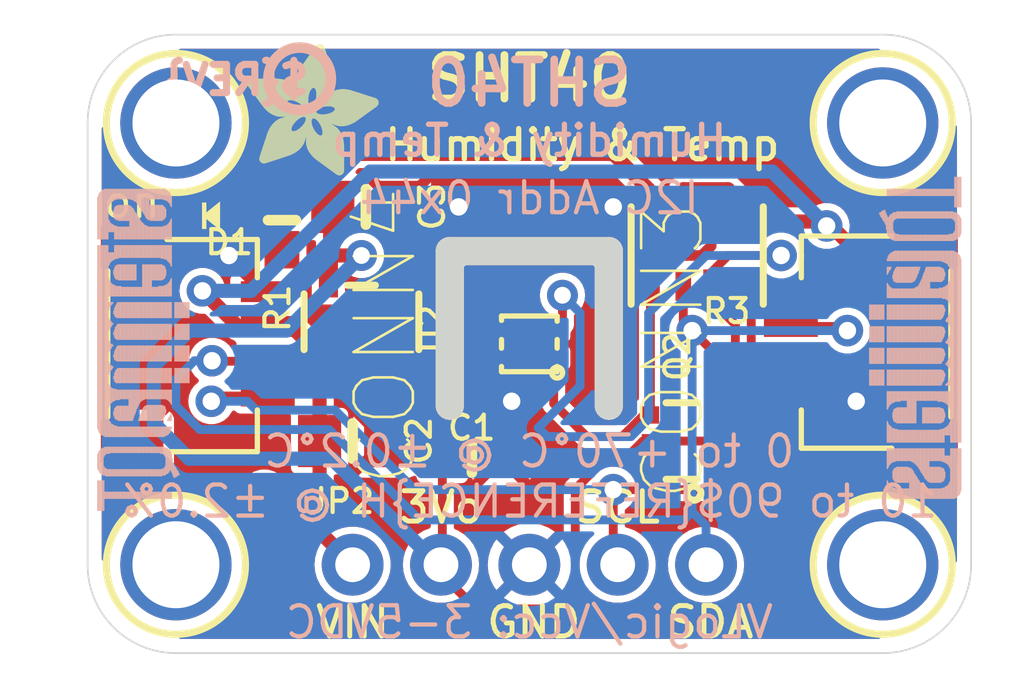
<source format=kicad_pcb>
(kicad_pcb (version 20221018) (generator pcbnew)
  (layers (0 "F.Cu" signal) (31 "B.Cu" signal) (34 "B.Paste" user) (35 "F.Paste" user) (36 "B.SilkS" user "B.Silkscreen") (37 "F.SilkS" user "F.Silkscreen") (38 "B.Mask" user) (39 "F.Mask" user) (44 "Edge.Cuts" user))
  (net 0 "")
  (net 1 "GND")
  (net 2 "SDA")
  (net 3 "SCL")
  (net 4 "SCL_3V")
  (net 5 "SDA_3V")
  (net 6 "3.3V")
  (net 7 "VCC")
  (net 8 "N$1")
  (footprint "working:MOUNTINGHOLE_2.5_PLATED" (layer "F.Cu") (at 138.3411 98.6536)
    (fp_text reference "U$1" hide)
    (fp_text value "MOUNTINGHOLE2.5" hide)
    (pad "P$1" thru_hole circle (at 0 0) (size 3.2 3.2) (drill 2.5) (layers "*.Cu" "*.Mask"))
    (zone (net 0) (net_name "") (layer "F.Cu") (connect_pads (clearance 0)) (min_thickness 0.25)
      (keepout (tracks not_allowed) (vias not_allowed) (pads not_allowed) (copperpour not_allowed) (footprints allowed))
      (fill (thermal_gap 0.5) (thermal_bridge_width 0.5))
      (polygon (pts (xy 140.3571 98.6536) (xy 140.33748 98.373027) (xy 140.279004 98.097915) (xy 140.182808 97.833619) (xy 140.050765 97.585283) (xy 139.885446 97.35774) (xy 139.690067 97.15542) (xy 139.468433 96.98226) (xy 139.224856 96.841631) (xy 138.964078 96.73627) (xy 138.691175 96.668228) (xy 138.411457 96.638828) (xy 138.130371 96.648644) (xy 137.853385 96.697484) (xy 137.585893 96.784397) (xy 137.3331 96.907693) (xy 137.099926 97.06497) (xy 136.890911 97.253169) (xy 136.710122 97.468625) (xy 136.561078 97.707145) (xy 136.44668 97.964087) (xy 136.369154 98.23445) (xy 136.330011 98.512971) (xy 136.330011 98.794229) (xy 136.369154 99.07275) (xy 136.44668 99.343113) (xy 136.561078 99.600055) (xy 136.710122 99.838575) (xy 136.890911 100.054031) (xy 137.099926 100.24223) (xy 137.3331 100.399507) (xy 137.585893 100.522803) (xy 137.853385 100.609716) (xy 138.130371 100.658556) (xy 138.411457 100.668372) (xy 138.691175 100.638972) (xy 138.964078 100.57093) (xy 139.224856 100.465569) (xy 139.468433 100.32494) (xy 139.690067 100.15178) (xy 139.885446 99.94946) (xy 140.050765 99.721917) (xy 140.182808 99.473581) (xy 140.279004 99.209285) (xy 140.33748 98.934173)))
      (polygon (pts (xy 138.3251 98.6536) (xy 138.329786 98.664914) (xy 138.3411 98.6696) (xy 138.352414 98.664914) (xy 138.3571 98.6536) (xy 138.352414 98.642286) (xy 138.3411 98.6376) (xy 138.329786 98.642286)))
    )
    (zone (net 0) (net_name "") (layer "B.Cu") (connect_pads (clearance 0)) (min_thickness 0.25)
      (keepout (tracks not_allowed) (vias not_allowed) (pads not_allowed) (copperpour not_allowed) (footprints allowed))
      (fill (thermal_gap 0.5) (thermal_bridge_width 0.5))
      (polygon (pts (xy 140.3571 98.6536) (xy 140.33748 98.373027) (xy 140.279004 98.097915) (xy 140.182808 97.833619) (xy 140.050765 97.585283) (xy 139.885446 97.35774) (xy 139.690067 97.15542) (xy 139.468433 96.98226) (xy 139.224856 96.841631) (xy 138.964078 96.73627) (xy 138.691175 96.668228) (xy 138.411457 96.638828) (xy 138.130371 96.648644) (xy 137.853385 96.697484) (xy 137.585893 96.784397) (xy 137.3331 96.907693) (xy 137.099926 97.06497) (xy 136.890911 97.253169) (xy 136.710122 97.468625) (xy 136.561078 97.707145) (xy 136.44668 97.964087) (xy 136.369154 98.23445) (xy 136.330011 98.512971) (xy 136.330011 98.794229) (xy 136.369154 99.07275) (xy 136.44668 99.343113) (xy 136.561078 99.600055) (xy 136.710122 99.838575) (xy 136.890911 100.054031) (xy 137.099926 100.24223) (xy 137.3331 100.399507) (xy 137.585893 100.522803) (xy 137.853385 100.609716) (xy 138.130371 100.658556) (xy 138.411457 100.668372) (xy 138.691175 100.638972) (xy 138.964078 100.57093) (xy 139.224856 100.465569) (xy 139.468433 100.32494) (xy 139.690067 100.15178) (xy 139.885446 99.94946) (xy 140.050765 99.721917) (xy 140.182808 99.473581) (xy 140.279004 99.209285) (xy 140.33748 98.934173)))
      (polygon (pts (xy 138.3251 98.6536) (xy 138.329786 98.664914) (xy 138.3411 98.6696) (xy 138.352414 98.664914) (xy 138.3571 98.6536) (xy 138.352414 98.642286) (xy 138.3411 98.6376) (xy 138.329786 98.642286)))
    )
  )
  (footprint "working:CHIPLED_0603_NOOUTLINE" (layer "F.Cu") (at 139.3571 101.3206 90)
    (fp_text reference "D1" (at -0.762 1.27) (layer "F.SilkS") (effects (font (size 0.692831 0.692831) (thickness 0.119969)) (justify right)))
    (fp_text value "GREEN")
    (pad "A" smd rect (at 0 0.75 90) (size 0.8 0.8) (layers "F.Cu" "F.Paste" "F.Mask") (net 8 "N$1"))
    (pad "C" smd rect (at 0 -0.75 90) (size 0.8 0.8) (layers "F.Cu" "F.Paste" "F.Mask") (net 1 "GND"))
  )
  (footprint "working:0805-NO" (layer "F.Cu") (at 143.4211 107.7976)
    (fp_text reference "C2" (at 1.905 -0.762 90) (layer "F.SilkS") (effects (font (size 0.692831 0.692831) (thickness 0.119969)) (justify right)))
    (fp_text value "10uF")
    (pad "1" smd rect (at -0.95 0) (size 1.24 1.5) (layers "F.Cu" "F.Paste" "F.Mask") (net 7 "VCC"))
    (pad "2" smd rect (at 0.95 0) (size 1.24 1.5) (layers "F.Cu" "F.Paste" "F.Mask") (net 1 "GND"))
  )
  (footprint "working:FIDUCIAL_1MM" (layer "F.Cu") (at 140.8811 109.3216)
    (fp_text reference "FID3" hide)
    (fp_text value "FIDUCIAL_1MM" hide)
    (pad "1" smd roundrect (at 0 0) (size 1 1) (layers "F.Cu" "F.Mask") (roundrect_rratio 0.5))
  )
  (footprint "working:RESPACK_4X0603" (layer "F.Cu") (at 153.3271 102.4636 180)
    (fp_text reference "R3" (at -1.6 -1.6) (layer "F.SilkS") (effects (font (size 0.692831 0.692831) (thickness 0.119969)) (justify right)))
    (fp_text value "10K")
    (pad "1" smd rect (at -1.3 0.85 180) (size 0.45 0.9) (layers "F.Cu" "F.Paste" "F.Mask") (net 7 "VCC"))
    (pad "2" smd rect (at -0.4 0.85 180) (size 0.45 0.9) (layers "F.Cu" "F.Paste" "F.Mask") (net 6 "3.3V"))
    (pad "3" smd rect (at 0.4 0.85 180) (size 0.45 0.9) (layers "F.Cu" "F.Paste" "F.Mask") (net 7 "VCC"))
    (pad "4" smd rect (at 1.3 0.85 180) (size 0.45 0.9) (layers "F.Cu" "F.Paste" "F.Mask") (net 6 "3.3V"))
    (pad "5" smd rect (at 1.3 -0.85 180) (size 0.45 0.9) (layers "F.Cu" "F.Paste" "F.Mask") (net 5 "SDA_3V"))
    (pad "6" smd rect (at 0.4 -0.85 180) (size 0.45 0.9) (layers "F.Cu" "F.Paste" "F.Mask") (net 2 "SDA"))
    (pad "7" smd rect (at -0.4 -0.85 180) (size 0.45 0.9) (layers "F.Cu" "F.Paste" "F.Mask") (net 4 "SCL_3V"))
    (pad "8" smd rect (at -1.3 -0.85 180) (size 0.45 0.9) (layers "F.Cu" "F.Paste" "F.Mask") (net 3 "SCL"))
  )
  (footprint "working:JST_SH4" (layer "F.Cu") (at 158.5341 105.0036 90)
    (fp_text reference "CONN3" (at -4.6 -5.9 90) (layer "F.SilkS") (effects (font (size 1.703222 1.703222) (thickness 0.074778)) (justify left)))
    (fp_text value "STEMMA_I2C_QT" hide)
    (pad "1" smd rect (at -1.5 -2.514 180) (size 1.55 0.6) (layers "F.Cu" "F.Paste" "F.Mask") (net 1 "GND"))
    (pad "2" smd rect (at -0.5 -2.514 180) (size 1.55 0.6) (layers "F.Cu" "F.Paste" "F.Mask") (net 7 "VCC"))
    (pad "3" smd rect (at 0.5 -2.514 180) (size 1.55 0.6) (layers "F.Cu" "F.Paste" "F.Mask") (net 2 "SDA"))
    (pad "4" smd rect (at 1.5 -2.514 180) (size 1.55 0.6) (layers "F.Cu" "F.Paste" "F.Mask") (net 3 "SCL"))
    (pad "MT1" smd rect (at -2.8 1.386 180) (size 1.8 1.2) (layers "F.Cu" "F.Paste" "F.Mask") (net 1 "GND"))
    (pad "MT2" smd rect (at 2.8 1.386 180) (size 1.8 1.2) (layers "F.Cu" "F.Paste" "F.Mask") (net 1 "GND"))
  )
  (footprint "working:0805-NO" (layer "F.Cu") (at 143.8021 101.0666)
    (fp_text reference "C3" (at 1.905 -0.762 90) (layer "F.SilkS") (effects (font (size 0.692831 0.692831) (thickness 0.119969)) (justify right)))
    (fp_text value "10uF")
    (pad "1" smd rect (at -0.95 0) (size 1.24 1.5) (layers "F.Cu" "F.Paste" "F.Mask") (net 6 "3.3V"))
    (pad "2" smd rect (at 0.95 0) (size 1.24 1.5) (layers "F.Cu" "F.Paste" "F.Mask") (net 1 "GND"))
  )
  (footprint "working:0603-NO" (layer "F.Cu") (at 146.8501 108.3056)
    (fp_text reference "C1" (at -0.762 -0.889) (layer "F.SilkS") (effects (font (size 0.692831 0.692831) (thickness 0.119969)) (justify left)))
    (fp_text value "0.1uF")
    (pad "1" smd rect (at -0.85 0) (size 1.075 1) (layers "F.Cu" "F.Paste" "F.Mask") (net 6 "3.3V"))
    (pad "2" smd rect (at 0.85 0) (size 1.075 1) (layers "F.Cu" "F.Paste" "F.Mask") (net 1 "GND"))
  )
  (footprint "working:MOUNTINGHOLE_2.5_PLATED" (layer "F.Cu") (at 158.6611 111.3536)
    (fp_text reference "U$21" hide)
    (fp_text value "MOUNTINGHOLE2.5" hide)
    (pad "P$1" thru_hole circle (at 0 0) (size 3.2 3.2) (drill 2.5) (layers "*.Cu" "*.Mask"))
    (zone (net 0) (net_name "") (layer "F.Cu") (connect_pads (clearance 0)) (min_thickness 0.25)
      (keepout (tracks not_allowed) (vias not_allowed) (pads not_allowed) (copperpour not_allowed) (footprints allowed))
      (fill (thermal_gap 0.5) (thermal_bridge_width 0.5))
      (polygon (pts (xy 160.6771 111.3536) (xy 160.65748 111.073027) (xy 160.599004 110.797915) (xy 160.502808 110.533619) (xy 160.370765 110.285283) (xy 160.205446 110.05774) (xy 160.010067 109.85542) (xy 159.788433 109.68226) (xy 159.544856 109.541631) (xy 159.284078 109.43627) (xy 159.011175 109.368228) (xy 158.731457 109.338828) (xy 158.450371 109.348644) (xy 158.173385 109.397484) (xy 157.905893 109.484397) (xy 157.6531 109.607693) (xy 157.419926 109.76497) (xy 157.210911 109.953169) (xy 157.030122 110.168625) (xy 156.881078 110.407145) (xy 156.76668 110.664087) (xy 156.689154 110.93445) (xy 156.650011 111.212971) (xy 156.650011 111.494229) (xy 156.689154 111.77275) (xy 156.76668 112.043113) (xy 156.881078 112.300055) (xy 157.030122 112.538575) (xy 157.210911 112.754031) (xy 157.419926 112.94223) (xy 157.6531 113.099507) (xy 157.905893 113.222803) (xy 158.173385 113.309716) (xy 158.450371 113.358556) (xy 158.731457 113.368372) (xy 159.011175 113.338972) (xy 159.284078 113.27093) (xy 159.544856 113.165569) (xy 159.788433 113.02494) (xy 160.010067 112.85178) (xy 160.205446 112.64946) (xy 160.370765 112.421917) (xy 160.502808 112.173581) (xy 160.599004 111.909285) (xy 160.65748 111.634173)))
      (polygon (pts (xy 158.6451 111.3536) (xy 158.649786 111.364914) (xy 158.6611 111.3696) (xy 158.672414 111.364914) (xy 158.6771 111.3536) (xy 158.672414 111.342286) (xy 158.6611 111.3376) (xy 158.649786 111.342286)))
    )
    (zone (net 0) (net_name "") (layer "B.Cu") (connect_pads (clearance 0)) (min_thickness 0.25)
      (keepout (tracks not_allowed) (vias not_allowed) (pads not_allowed) (copperpour not_allowed) (footprints allowed))
      (fill (thermal_gap 0.5) (thermal_bridge_width 0.5))
      (polygon (pts (xy 160.6771 111.3536) (xy 160.65748 111.073027) (xy 160.599004 110.797915) (xy 160.502808 110.533619) (xy 160.370765 110.285283) (xy 160.205446 110.05774) (xy 160.010067 109.85542) (xy 159.788433 109.68226) (xy 159.544856 109.541631) (xy 159.284078 109.43627) (xy 159.011175 109.368228) (xy 158.731457 109.338828) (xy 158.450371 109.348644) (xy 158.173385 109.397484) (xy 157.905893 109.484397) (xy 157.6531 109.607693) (xy 157.419926 109.76497) (xy 157.210911 109.953169) (xy 157.030122 110.168625) (xy 156.881078 110.407145) (xy 156.76668 110.664087) (xy 156.689154 110.93445) (xy 156.650011 111.212971) (xy 156.650011 111.494229) (xy 156.689154 111.77275) (xy 156.76668 112.043113) (xy 156.881078 112.300055) (xy 157.030122 112.538575) (xy 157.210911 112.754031) (xy 157.419926 112.94223) (xy 157.6531 113.099507) (xy 157.905893 113.222803) (xy 158.173385 113.309716) (xy 158.450371 113.358556) (xy 158.731457 113.368372) (xy 159.011175 113.338972) (xy 159.284078 113.27093) (xy 159.544856 113.165569) (xy 159.788433 113.02494) (xy 160.010067 112.85178) (xy 160.205446 112.64946) (xy 160.370765 112.421917) (xy 160.502808 112.173581) (xy 160.599004 111.909285) (xy 160.65748 111.634173)))
      (polygon (pts (xy 158.6451 111.3536) (xy 158.649786 111.364914) (xy 158.6611 111.3696) (xy 158.672414 111.364914) (xy 158.6771 111.3536) (xy 158.672414 111.342286) (xy 158.6611 111.3376) (xy 158.649786 111.342286)))
    )
  )
  (footprint "working:SOT363" (layer "F.Cu") (at 152.8826 107.7976 90)
    (fp_text reference "Q2" (at 1.651 -0.127 90) (layer "F.SilkS") (effects (font (size 0.692831 0.692831) (thickness 0.119969)) (justify left)))
    (fp_text value "BSS138")
    (pad "1" smd rect (at -0.75 0.9 90) (size 0.5 0.5) (layers "F.Cu" "F.Paste" "F.Mask") (net 4 "SCL_3V"))
    (pad "2" smd rect (at 0 0.9 90) (size 0.4 0.5) (layers "F.Cu" "F.Paste" "F.Mask") (net 6 "3.3V"))
    (pad "3" smd rect (at 0.75 0.9 90) (size 0.5 0.5) (layers "F.Cu" "F.Paste" "F.Mask") (net 2 "SDA"))
    (pad "4" smd rect (at 0.75 -0.9 90) (size 0.5 0.5) (layers "F.Cu" "F.Paste" "F.Mask") (net 5 "SDA_3V"))
    (pad "5" smd rect (at 0 -0.9 90) (size 0.4 0.5) (layers "F.Cu" "F.Paste" "F.Mask") (net 6 "3.3V"))
    (pad "6" smd rect (at -0.75 -0.9 90) (size 0.5 0.5) (layers "F.Cu" "F.Paste" "F.Mask") (net 3 "SCL"))
  )
  (footprint "working:ADAFRUIT_3.5MM" (layer "F.Cu") (at 140.3731 100.1776)
    (fp_text reference "U$22" hide)
    (fp_text value "" hide)
  )
  (footprint "working:SHT4X" (layer "F.Cu") (at 148.5011 105.0036 180)
    (fp_text reference "X1" hide)
    (fp_text value "SHT4X_" hide)
    (pad "1" smd rect (at -0.7 -0.4 270) (size 0.35 0.55) (layers "F.Cu" "F.Paste" "F.Mask") (net 5 "SDA_3V"))
    (pad "2" smd rect (at -0.7 0.4 270) (size 0.35 0.55) (layers "F.Cu" "F.Paste" "F.Mask") (net 4 "SCL_3V"))
    (pad "3" smd rect (at 0.7 0.4 270) (size 0.35 0.55) (layers "F.Cu" "F.Paste" "F.Mask") (net 6 "3.3V"))
    (pad "4" smd rect (at 0.7 -0.4 270) (size 0.35 0.55) (layers "F.Cu" "F.Paste" "F.Mask") (net 1 "GND"))
  )
  (footprint "working:MOUNTINGHOLE_2.5_PLATED" (layer "F.Cu") (at 158.6611 98.6536)
    (fp_text reference "U$17" hide)
    (fp_text value "MOUNTINGHOLE2.5" hide)
    (pad "P$1" thru_hole circle (at 0 0) (size 3.2 3.2) (drill 2.5) (layers "*.Cu" "*.Mask"))
    (zone (net 0) (net_name "") (layer "F.Cu") (connect_pads (clearance 0)) (min_thickness 0.25)
      (keepout (tracks not_allowed) (vias not_allowed) (pads not_allowed) (copperpour not_allowed) (footprints allowed))
      (fill (thermal_gap 0.5) (thermal_bridge_width 0.5))
      (polygon (pts (xy 160.6771 98.6536) (xy 160.65748 98.373027) (xy 160.599004 98.097915) (xy 160.502808 97.833619) (xy 160.370765 97.585283) (xy 160.205446 97.35774) (xy 160.010067 97.15542) (xy 159.788433 96.98226) (xy 159.544856 96.841631) (xy 159.284078 96.73627) (xy 159.011175 96.668228) (xy 158.731457 96.638828) (xy 158.450371 96.648644) (xy 158.173385 96.697484) (xy 157.905893 96.784397) (xy 157.6531 96.907693) (xy 157.419926 97.06497) (xy 157.210911 97.253169) (xy 157.030122 97.468625) (xy 156.881078 97.707145) (xy 156.76668 97.964087) (xy 156.689154 98.23445) (xy 156.650011 98.512971) (xy 156.650011 98.794229) (xy 156.689154 99.07275) (xy 156.76668 99.343113) (xy 156.881078 99.600055) (xy 157.030122 99.838575) (xy 157.210911 100.054031) (xy 157.419926 100.24223) (xy 157.6531 100.399507) (xy 157.905893 100.522803) (xy 158.173385 100.609716) (xy 158.450371 100.658556) (xy 158.731457 100.668372) (xy 159.011175 100.638972) (xy 159.284078 100.57093) (xy 159.544856 100.465569) (xy 159.788433 100.32494) (xy 160.010067 100.15178) (xy 160.205446 99.94946) (xy 160.370765 99.721917) (xy 160.502808 99.473581) (xy 160.599004 99.209285) (xy 160.65748 98.934173)))
      (polygon (pts (xy 158.6451 98.6536) (xy 158.649786 98.664914) (xy 158.6611 98.6696) (xy 158.672414 98.664914) (xy 158.6771 98.6536) (xy 158.672414 98.642286) (xy 158.6611 98.6376) (xy 158.649786 98.642286)))
    )
    (zone (net 0) (net_name "") (layer "B.Cu") (connect_pads (clearance 0)) (min_thickness 0.25)
      (keepout (tracks not_allowed) (vias not_allowed) (pads not_allowed) (copperpour not_allowed) (footprints allowed))
      (fill (thermal_gap 0.5) (thermal_bridge_width 0.5))
      (polygon (pts (xy 160.6771 98.6536) (xy 160.65748 98.373027) (xy 160.599004 98.097915) (xy 160.502808 97.833619) (xy 160.370765 97.585283) (xy 160.205446 97.35774) (xy 160.010067 97.15542) (xy 159.788433 96.98226) (xy 159.544856 96.841631) (xy 159.284078 96.73627) (xy 159.011175 96.668228) (xy 158.731457 96.638828) (xy 158.450371 96.648644) (xy 158.173385 96.697484) (xy 157.905893 96.784397) (xy 157.6531 96.907693) (xy 157.419926 97.06497) (xy 157.210911 97.253169) (xy 157.030122 97.468625) (xy 156.881078 97.707145) (xy 156.76668 97.964087) (xy 156.689154 98.23445) (xy 156.650011 98.512971) (xy 156.650011 98.794229) (xy 156.689154 99.07275) (xy 156.76668 99.343113) (xy 156.881078 99.600055) (xy 157.030122 99.838575) (xy 157.210911 100.054031) (xy 157.419926 100.24223) (xy 157.6531 100.399507) (xy 157.905893 100.522803) (xy 158.173385 100.609716) (xy 158.450371 100.658556) (xy 158.731457 100.668372) (xy 159.011175 100.638972) (xy 159.284078 100.57093) (xy 159.544856 100.465569) (xy 159.788433 100.32494) (xy 160.010067 100.15178) (xy 160.205446 99.94946) (xy 160.370765 99.721917) (xy 160.502808 99.473581) (xy 160.599004 99.209285) (xy 160.65748 98.934173)))
      (polygon (pts (xy 158.6451 98.6536) (xy 158.649786 98.664914) (xy 158.6611 98.6696) (xy 158.672414 98.664914) (xy 158.6771 98.6536) (xy 158.672414 98.642286) (xy 158.6611 98.6376) (xy 158.649786 98.642286)))
    )
  )
  (footprint "working:MOUNTINGHOLE_2.5_PLATED" (layer "F.Cu") (at 138.3411 111.3536)
    (fp_text reference "U$19" hide)
    (fp_text value "MOUNTINGHOLE2.5" hide)
    (pad "P$1" thru_hole circle (at 0 0) (size 3.2 3.2) (drill 2.5) (layers "*.Cu" "*.Mask"))
    (zone (net 0) (net_name "") (layer "F.Cu") (connect_pads (clearance 0)) (min_thickness 0.25)
      (keepout (tracks not_allowed) (vias not_allowed) (pads not_allowed) (copperpour not_allowed) (footprints allowed))
      (fill (thermal_gap 0.5) (thermal_bridge_width 0.5))
      (polygon (pts (xy 140.3571 111.3536) (xy 140.33748 111.073027) (xy 140.279004 110.797915) (xy 140.182808 110.533619) (xy 140.050765 110.285283) (xy 139.885446 110.05774) (xy 139.690067 109.85542) (xy 139.468433 109.68226) (xy 139.224856 109.541631) (xy 138.964078 109.43627) (xy 138.691175 109.368228) (xy 138.411457 109.338828) (xy 138.130371 109.348644) (xy 137.853385 109.397484) (xy 137.585893 109.484397) (xy 137.3331 109.607693) (xy 137.099926 109.76497) (xy 136.890911 109.953169) (xy 136.710122 110.168625) (xy 136.561078 110.407145) (xy 136.44668 110.664087) (xy 136.369154 110.93445) (xy 136.330011 111.212971) (xy 136.330011 111.494229) (xy 136.369154 111.77275) (xy 136.44668 112.043113) (xy 136.561078 112.300055) (xy 136.710122 112.538575) (xy 136.890911 112.754031) (xy 137.099926 112.94223) (xy 137.3331 113.099507) (xy 137.585893 113.222803) (xy 137.853385 113.309716) (xy 138.130371 113.358556) (xy 138.411457 113.368372) (xy 138.691175 113.338972) (xy 138.964078 113.27093) (xy 139.224856 113.165569) (xy 139.468433 113.02494) (xy 139.690067 112.85178) (xy 139.885446 112.64946) (xy 140.050765 112.421917) (xy 140.182808 112.173581) (xy 140.279004 111.909285) (xy 140.33748 111.634173)))
      (polygon (pts (xy 138.3251 111.3536) (xy 138.329786 111.364914) (xy 138.3411 111.3696) (xy 138.352414 111.364914) (xy 138.3571 111.3536) (xy 138.352414 111.342286) (xy 138.3411 111.3376) (xy 138.329786 111.342286)))
    )
    (zone (net 0) (net_name "") (layer "B.Cu") (connect_pads (clearance 0)) (min_thickness 0.25)
      (keepout (tracks not_allowed) (vias not_allowed) (pads not_allowed) (copperpour not_allowed) (footprints allowed))
      (fill (thermal_gap 0.5) (thermal_bridge_width 0.5))
      (polygon (pts (xy 140.3571 111.3536) (xy 140.33748 111.073027) (xy 140.279004 110.797915) (xy 140.182808 110.533619) (xy 140.050765 110.285283) (xy 139.885446 110.05774) (xy 139.690067 109.85542) (xy 139.468433 109.68226) (xy 139.224856 109.541631) (xy 138.964078 109.43627) (xy 138.691175 109.368228) (xy 138.411457 109.338828) (xy 138.130371 109.348644) (xy 137.853385 109.397484) (xy 137.585893 109.484397) (xy 137.3331 109.607693) (xy 137.099926 109.76497) (xy 136.890911 109.953169) (xy 136.710122 110.168625) (xy 136.561078 110.407145) (xy 136.44668 110.664087) (xy 136.369154 110.93445) (xy 136.330011 111.212971) (xy 136.330011 111.494229) (xy 136.369154 111.77275) (xy 136.44668 112.043113) (xy 136.561078 112.300055) (xy 136.710122 112.538575) (xy 136.890911 112.754031) (xy 137.099926 112.94223) (xy 137.3331 113.099507) (xy 137.585893 113.222803) (xy 137.853385 113.309716) (xy 138.130371 113.358556) (xy 138.411457 113.368372) (xy 138.691175 113.338972) (xy 138.964078 113.27093) (xy 139.224856 113.165569) (xy 139.468433 113.02494) (xy 139.690067 112.85178) (xy 139.885446 112.64946) (xy 140.050765 112.421917) (xy 140.182808 112.173581) (xy 140.279004 111.909285) (xy 140.33748 111.634173)))
      (polygon (pts (xy 138.3251 111.3536) (xy 138.329786 111.364914) (xy 138.3411 111.3696) (xy 138.352414 111.364914) (xy 138.3571 111.3536) (xy 138.352414 111.342286) (xy 138.3411 111.3376) (xy 138.329786 111.342286)))
    )
  )
  (footprint "working:FIDUCIAL_1MM" (layer "F.Cu") (at 155.3591 97.3836)
    (fp_text reference "FID4" hide)
    (fp_text value "FIDUCIAL_1MM" hide)
    (pad "1" smd roundrect (at 0 0) (size 1 1) (layers "F.Cu" "F.Mask") (roundrect_rratio 0.5))
  )
  (footprint "working:SOT23-5" (layer "F.Cu") (at 143.6751 104.3686)
    (fp_text reference "U2" (at 2.032 -0.562 90) (layer "F.SilkS") (effects (font (size 0.692831 0.692831) (thickness 0.119969)) (justify right)))
    (fp_text value "AP2112K-3.3")
    (pad "1" smd rect (at -0.95 1.3001) (size 0.55 1.2) (layers "F.Cu" "F.Paste" "F.Mask") (net 7 "VCC"))
    (pad "2" smd rect (at 0 1.3001) (size 0.55 1.2) (layers "F.Cu" "F.Paste" "F.Mask") (net 1 "GND"))
    (pad "3" smd rect (at 0.95 1.3001) (size 0.55 1.2) (layers "F.Cu" "F.Paste" "F.Mask") (net 7 "VCC"))
    (pad "4" smd rect (at 0.95 -1.3001) (size 0.55 1.2) (layers "F.Cu" "F.Paste" "F.Mask"))
    (pad "5" smd rect (at -0.95 -1.3001) (size 0.55 1.2) (layers "F.Cu" "F.Paste" "F.Mask") (net 6 "3.3V"))
  )
  (footprint "working:0603-NO" (layer "F.Cu") (at 141.3891 101.4476 -90)
    (fp_text reference "R1" (at 1.778 0.127 90) (layer "F.SilkS") (effects (font (size 0.692831 0.692831) (thickness 0.119969)) (justify right)))
    (fp_text value "10K")
    (pad "1" smd rect (at -0.85 0 270) (size 1.075 1) (layers "F.Cu" "F.Paste" "F.Mask") (net 6 "3.3V"))
    (pad "2" smd rect (at 0.85 0 270) (size 1.075 1) (layers "F.Cu" "F.Paste" "F.Mask") (net 8 "N$1"))
  )
  (footprint "working:1X05_ROUND_70" (layer "F.Cu") (at 148.5011 111.3536)
    (fp_text reference "JP2" (at -6.4262 -1.8288) (layer "F.SilkS") (effects (font (size 0.692831 0.692831) (thickness 0.119969)) (justify left)))
    (fp_text value "")
    (pad "1" thru_hole circle (at -5.08 0 90) (size 1.778 1.778) (drill 1) (layers "*.Cu" "*.Mask") (net 7 "VCC"))
    (pad "2" thru_hole circle (at -2.54 0 90) (size 1.778 1.778) (drill 1) (layers "*.Cu" "*.Mask") (net 6 "3.3V"))
    (pad "3" thru_hole circle (at 0 0 90) (size 1.778 1.778) (drill 1) (layers "*.Cu" "*.Mask") (net 1 "GND"))
    (pad "4" thru_hole circle (at 2.54 0 90) (size 1.778 1.778) (drill 1) (layers "*.Cu" "*.Mask") (net 3 "SCL"))
    (pad "5" thru_hole circle (at 5.08 0 90) (size 1.778 1.778) (drill 1) (layers "*.Cu" "*.Mask") (net 2 "SDA"))
  )
  (footprint "working:JST_SH4" (layer "F.Cu") (at 138.4681 105.0036 -90)
    (fp_text reference "CONN4" (at -4.6 -5.9 90) (layer "F.SilkS") (effects (font (size 1.703222 1.703222) (thickness 0.074778)) (justify right)))
    (fp_text value "STEMMA_I2C_QT" hide)
    (pad "1" smd rect (at -1.5 -2.514) (size 1.55 0.6) (layers "F.Cu" "F.Paste" "F.Mask") (net 1 "GND"))
    (pad "2" smd rect (at -0.5 -2.514) (size 1.55 0.6) (layers "F.Cu" "F.Paste" "F.Mask") (net 7 "VCC"))
    (pad "3" smd rect (at 0.5 -2.514) (size 1.55 0.6) (layers "F.Cu" "F.Paste" "F.Mask") (net 2 "SDA"))
    (pad "4" smd rect (at 1.5 -2.514) (size 1.55 0.6) (layers "F.Cu" "F.Paste" "F.Mask") (net 3 "SCL"))
    (pad "MT1" smd rect (at -2.8 1.386) (size 1.8 1.2) (layers "F.Cu" "F.Paste" "F.Mask") (net 1 "GND"))
    (pad "MT2" smd rect (at 2.8 1.386) (size 1.8 1.2) (layers "F.Cu" "F.Paste" "F.Mask") (net 1 "GND"))
  )
  (footprint "working:STEMMAQT" (layer "B.Cu") (at 138.7221 100.5586 -90)
    (fp_text reference "U$31" hide)
    (fp_text value "" hide)
  )
  (footprint "working:PCBFEAT-REV-040" (layer "B.Cu") (at 141.8971 97.3836 180)
    (fp_text reference "U$25" hide)
    (fp_text value "" hide)
    (fp_text user "${REV}" (at -0.3556 -0.508) (layer "B.SilkS") (effects (font (size 0.8128 0.8128) (thickness 0.2032)) (justify left bottom mirror)))
  )
  (footprint "working:STEMMAQT" (layer "B.Cu") (at 158.2801 109.4486 90)
    (fp_text reference "U$30" hide)
    (fp_text value "" hide)
  )
  (gr_line (start 158.6611 96.1136) (end 138.3411 96.1136) (stroke (width 0.05)) (layer "Edge.Cuts"))
  (gr_arc (start 138.3411 113.8936) (mid 136.545049 113.149651) (end 135.8011 111.3536) (stroke (width 0.05)) (layer "Edge.Cuts"))
  (gr_line (start 138.3411 113.8936) (end 158.6611 113.8936) (stroke (width 0.05)) (layer "Edge.Cuts"))
  (gr_line (start 146.2151 106.7816) (end 146.2151 102.3366) (stroke (width 0.8128)) (layer "Edge.Cuts"))
  (gr_line (start 161.2011 111.3536) (end 161.2011 98.6536) (stroke (width 0.05)) (layer "Edge.Cuts"))
  (gr_arc (start 135.8011 98.6536) (mid 136.545049 96.857549) (end 138.3411 96.1136) (stroke (width 0.05)) (layer "Edge.Cuts"))
  (gr_arc (start 158.6611 96.1136) (mid 160.457151 96.857549) (end 161.2011 98.6536) (stroke (width 0.05)) (layer "Edge.Cuts"))
  (gr_line (start 135.8011 98.6536) (end 135.8011 111.3536) (stroke (width 0.05)) (layer "Edge.Cuts"))
  (gr_arc (start 161.2011 111.3536) (mid 160.457151 113.149651) (end 158.6611 113.8936) (stroke (width 0.05)) (layer "Edge.Cuts"))
  (gr_line (start 150.7871 102.3366) (end 150.7871 106.7816) (stroke (width 0.8128)) (layer "Edge.Cuts"))
  (gr_line (start 146.2151 102.3366) (end 150.7871 102.3366) (stroke (width 0.8128)) (layer "Edge.Cuts"))
  (gr_text "VLogic/Vcc: 3-5VDC" (at 148.5011 113.0046) (layer "B.SilkS") (effects (font (size 0.89408 0.89408) (thickness 0.12192)) (justify mirror)))
  (gr_text "I2C Addr 0x44" (at 148.5011 100.8126) (layer "B.SilkS") (effects (font (size 0.89408 0.89408) (thickness 0.12192)) (justify mirror)))
  (gr_text "Humidity & Temp" (at 148.5011 99.1616) (layer "B.SilkS") (effects (font (size 0.8636 0.8636) (thickness 0.1524)) (justify mirror)))
  (gr_text "0 to +70°C @ ±0.2°C\n10 to 90%RH @ ±2.0%" (at 148.5011 108.8136) (layer "B.SilkS") (effects (font (size 0.89408 0.89408) (thickness 0.12192)) (justify mirror)))
  (gr_text "SHT40" (at 148.5011 97.5106) (layer "B.SilkS") (effects (font (size 1.25222 1.25222) (thickness 0.22098)) (justify mirror)))
  (gr_text "GND" (at 148.6281 113.0046) (layer "F.SilkS") (effects (font (size 0.87376 0.87376) (thickness 0.14224))))
  (gr_text "SDA" (at 153.7081 113.0046) (layer "F.SilkS") (effects (font (size 0.87376 0.87376) (thickness 0.14224))))
  (gr_text "SCL" (at 151.0411 109.7026) (layer "F.SilkS") (effects (font (size 0.87376 0.87376) (thickness 0.14224))))
  (gr_text "Humidity & Temp" (at 150.0251 99.2886) (layer "F.SilkS") (effects (font (size 0.8636 0.8636) (thickness 0.1524))))
  (gr_text "VIN" (at 143.4211 113.0046) (layer "F.SilkS") (effects (font (size 0.87376 0.87376) (thickness 0.14224))))
  (gr_text "SHT40" (at 148.5011 97.3836) (layer "F.SilkS") (effects (font (size 1.25222 1.25222) (thickness 0.22098))))
  (gr_text "3Vo" (at 145.9611 109.7026) (layer "F.SilkS") (effects (font (size 0.87376 0.87376) (thickness 0.14224))))
  (gr_text "on" (at 136.1821 101.4476) (layer "F.SilkS") (effects (font (size 0.89408 0.89408) (thickness 0.12192)) (justify left bottom)))
  (segment (start 144.3711 107.7976) (end 144.3711 107.4166) (width 0.4064) (layer "F.Cu") (net 1))
  (segment (start 144.3711 107.4166) (end 143.6751 106.7206) (width 0.4064) (layer "F.Cu") (net 1))
  (segment (start 143.6751 105.6687) (end 143.6751 106.7206) (width 0.4064) (layer "F.Cu") (net 1))
  (segment (start 140.9051 103.5036) (end 139.8651 102.4636) (width 0.4064) (layer "F.Cu") (net 1))
  (segment (start 140.9821 103.5036) (end 140.9051 103.5036) (width 0.4064) (layer "F.Cu") (net 1))
  (via (at 157.8991 106.6546) (size 0.9064) (drill 0.5) (layers "F.Cu" "B.Cu") (net 1))
  (via (at 150.9141 101.0666) (size 0.9064) (drill 0.5) (layers "F.Cu" "B.Cu") (net 1))
  (via (at 139.8651 102.4636) (size 0.9064) (drill 0.5) (layers "F.Cu" "B.Cu") (net 1))
  (via (at 146.4691 101.0666) (size 0.9064) (drill 0.5) (layers "F.Cu" "B.Cu") (net 1))
  (via (at 147.9931 106.6546) (size 0.9064) (drill 0.5) (layers "F.Cu" "B.Cu") (net 1))
  (segment (start 140.9821 105.5036) (end 139.379706 105.5036) (width 0.254) (layer "F.Cu") (net 2))
  (segment (start 139.379706 105.5036) (end 139.379706 105.488994) (width 0.254) (layer "F.Cu") (net 2))
  (segment (start 156.0201 104.5036) (end 157.5261 104.5036) (width 0.254) (layer "F.Cu") (net 2))
  (segment (start 157.5261 104.5036) (end 157.6451 104.6226) (width 0.254) (layer "F.Cu") (net 2))
  (segment (start 153.1811 104.6226) (end 152.9271 104.3686) (width 0.254) (layer "F.Cu") (net 2))
  (segment (start 152.9271 104.3686) (end 152.9271 103.3136) (width 0.254) (layer "F.Cu") (net 2))
  (segment (start 153.7826 105.2241) (end 153.1811 104.6226) (width 0.254) (layer "F.Cu") (net 2))
  (segment (start 153.7826 107.0476) (end 153.7826 105.2241) (width 0.254) (layer "F.Cu") (net 2))
  (via (at 157.6451 104.6226) (size 0.9064) (drill 0.5) (layers "F.Cu" "B.Cu") (net 2))
  (via (at 153.1811 104.6226) (size 0.9064) (drill 0.5) (layers "F.Cu" "B.Cu") (net 2))
  (via (at 139.379706 105.488994) (size 0.9064) (drill 0.5) (layers "F.Cu" "B.Cu") (net 2))
  (segment (start 139.0269 107.4674) (end 142.745 107.4674) (width 0.254) (layer "B.Cu") (net 2))
  (segment (start 145.3422 110.0646) (end 152.9461 110.0646) (width 0.254) (layer "B.Cu") (net 2))
  (segment (start 153.1811 109.8296) (end 153.1811 104.6226) (width 0.254) (layer "B.Cu") (net 2))
  (segment (start 138.3411 106.0196) (end 138.3411 106.7816) (width 0.254) (layer "B.Cu") (net 2))
  (segment (start 139.379706 105.488994) (end 138.871706 105.488994) (width 0.254) (layer "B.Cu") (net 2))
  (segment (start 152.9461 110.0646) (end 153.1811 109.8296) (width 0.254) (layer "B.Cu") (net 2))
  (segment (start 153.5811 110.2296) (end 153.5811 111.3536) (width 0.254) (layer "B.Cu") (net 2))
  (segment (start 157.6451 104.6226) (end 153.1811 104.6226) (width 0.254) (layer "B.Cu") (net 2))
  (segment (start 142.745 107.4674) (end 145.3422 110.0646) (width 0.254) (layer "B.Cu") (net 2))
  (segment (start 153.1811 109.8296) (end 153.5811 110.2296) (width 0.254) (layer "B.Cu") (net 2))
  (segment (start 138.871706 105.488994) (end 138.3411 106.0196) (width 0.254) (layer "B.Cu") (net 2))
  (segment (start 138.3411 106.7816) (end 139.0269 107.4674) (width 0.254) (layer "B.Cu") (net 2))
  (segment (start 152.5541 109.1946) (end 151.9826 108.6231) (width 0.254) (layer "F.Cu") (net 3))
  (segment (start 154.6271 103.3136) (end 154.8811 103.5676) (width 0.254) (layer "F.Cu") (net 3))
  (segment (start 154.8811 108.5296) (end 154.2161 109.1946) (width 0.254) (layer "F.Cu") (net 3))
  (segment (start 150.9141 109.1946) (end 150.9141 111.2266) (width 0.254) (layer "F.Cu") (net 3))
  (segment (start 151.9826 108.5476) (end 152.08935 108.65435) (width 0.254) (layer "F.Cu") (net 3))
  (segment (start 156.0201 103.5036) (end 154.8171 103.5036) (width 0.254) (layer "F.Cu") (net 3))
  (segment (start 151.9826 108.5476) (end 151.9826 108.6231) (width 0.254) (layer "F.Cu") (net 3))
  (segment (start 152.08935 108.65435) (end 151.5491 109.1946) (width 0.254) (layer "F.Cu") (net 3))
  (segment (start 150.9141 111.2266) (end 151.0411 111.3536) (width 0.254) (layer "F.Cu") (net 3))
  (segment (start 154.8811 103.5676) (end 154.8811 108.5296) (width 0.254) (layer "F.Cu") (net 3))
  (segment (start 140.9821 106.5036) (end 139.5081 106.5036) (width 0.254) (layer "F.Cu") (net 3))
  (segment (start 139.5081 106.5036) (end 139.3571 106.6546) (width 0.254) (layer "F.Cu") (net 3))
  (segment (start 150.9141 109.1946) (end 151.5491 109.1946) (width 0.254) (layer "F.Cu") (net 3))
  (segment (start 154.2161 109.1946) (end 152.5541 109.1946) (width 0.254) (layer "F.Cu") (net 3))
  (segment (start 154.8171 103.5036) (end 154.6271 103.3136) (width 0.254) (layer "F.Cu") (net 3))
  (via (at 139.3571 106.6546) (size 0.9064) (drill 0.5) (layers "F.Cu" "B.Cu") (net 3))
  (via (at 150.9141 109.1946) (size 0.9064) (drill 0.5) (layers "F.Cu" "B.Cu") (net 3))
  (segment (start 140.396262 106.6546) (end 140.650262 106.9086) (width 0.254) (layer "B.Cu") (net 3))
  (segment (start 139.3571 106.6546) (end 140.396262 106.6546) (width 0.254) (layer "B.Cu") (net 3))
  (segment (start 150.9141 109.1946) (end 145.1991 109.1946) (width 0.254) (layer "B.Cu") (net 3))
  (segment (start 142.9131 106.9086) (end 140.650262 106.9086) (width 0.254) (layer "B.Cu") (net 3))
  (segment (start 145.1991 109.1946) (end 142.9131 106.9086) (width 0.254) (layer "B.Cu") (net 3))
  (segment (start 153.7271 102.9526) (end 154.2161 102.4636) (width 0.254) (layer "F.Cu") (net 4))
  (segment (start 154.4239 104.4494) (end 154.4239 108.1786) (width 0.254) (layer "F.Cu") (net 4))
  (segment (start 153.7271 103.3136) (end 153.7271 103.7526) (width 0.254) (layer "F.Cu") (net 4))
  (segment (start 154.2161 102.4636) (end 155.7401 102.4636) (width 0.254) (layer "F.Cu") (net 4))
  (segment (start 153.7826 108.5476) (end 154.0549 108.5476) (width 0.254) (layer "F.Cu") (net 4))
  (segment (start 154.4239 108.1786) (end 154.0549 108.5476) (width 0.254) (layer "F.Cu") (net 4))
  (segment (start 149.4536 104.42595) (end 149.4536 103.6066) (width 0.254) (layer "F.Cu") (net 4))
  (segment (start 153.7271 103.3136) (end 153.7271 102.9526) (width 0.254) (layer "F.Cu") (net 4))
  (segment (start 149.4536 104.42595) (end 149.27595 104.6036) (width 0.254) (layer "F.Cu") (net 4))
  (segment (start 149.2011 104.6036) (end 149.27595 104.6036) (width 0.254) (layer "F.Cu") (net 4))
  (segment (start 153.7271 103.7526) (end 154.4239 104.4494) (width 0.254) (layer "F.Cu") (net 4))
  (via (at 149.4536 103.6066) (size 0.889) (drill 0.4826) (layers "F.Cu" "B.Cu") (net 4))
  (via (at 155.7401 102.4636) (size 0.9064) (drill 0.5) (layers "F.Cu" "B.Cu") (net 4))
  (segment (start 151.4221 107.6706) (end 149.0123 107.6706) (width 0.254) (layer "B.Cu") (net 4))
  (segment (start 148.7583 107.4166) (end 149.9616 106.2133) (width 0.254) (layer "B.Cu") (net 4))
  (segment (start 149.4536 103.6066) (end 149.9616 104.1146) (width 0.254) (layer "B.Cu") (net 4))
  (segment (start 151.9301 104.1146) (end 153.5811 102.4636) (width 0.254) (layer "B.Cu") (net 4))
  (segment (start 151.9301 107.1626) (end 151.9301 104.1146) (width 0.254) (layer "B.Cu") (net 4))
  (segment (start 151.4221 107.6706) (end 151.9301 107.1626) (width 0.254) (layer "B.Cu") (net 4))
  (segment (start 149.0123 107.6706) (end 148.7583 107.4166) (width 0.254) (layer "B.Cu") (net 4))
  (segment (start 149.9616 104.1146) (end 149.9616 106.2133) (width 0.254) (layer "B.Cu") (net 4))
  (segment (start 153.5811 102.4636) (end 155.7401 102.4636) (width 0.254) (layer "B.Cu") (net 4))
  (segment (start 151.7921 107.0476) (end 151.1691 107.6706) (width 0.254) (layer "F.Cu") (net 5))
  (segment (start 151.7921 107.0476) (end 151.9826 107.0476) (width 0.254) (layer "F.Cu") (net 5))
  (segment (start 152.0271 103.3136) (end 151.9826 103.3581) (width 0.254) (layer "F.Cu") (net 5))
  (segment (start 149.2011 106.7196) (end 149.2011 105.4036) (width 0.254) (layer "F.Cu") (net 5))
  (segment (start 151.9826 103.3581) (end 151.9826 107.0476) (width 0.254) (layer "F.Cu") (net 5))
  (segment (start 150.1521 107.6706) (end 151.1691 107.6706) (width 0.254) (layer "F.Cu") (net 5))
  (segment (start 150.1521 107.6706) (end 149.2011 106.7196) (width 0.254) (layer "F.Cu") (net 5))
  (segment (start 151.765625 107.7976) (end 151.152025 108.4112) (width 0.254) (layer "F.Cu") (net 6))
  (segment (start 147.4406 104.6036) (end 147.8011 104.6036) (width 0.254) (layer "F.Cu") (net 6))
  (segment (start 146.0001 111.3146) (end 145.9611 111.3536) (width 0.254) (layer "F.Cu") (net 6))
  (segment (start 146.0001 108.3056) (end 146.0001 111.3146) (width 0.254) (layer "F.Cu") (net 6))
  (segment (start 149.8219 112.0648) (end 149.2631 112.6236) (width 0.254) (layer "F.Cu") (net 6))
  (segment (start 146.0001 111.6466) (end 146.0001 111.3146) (width 0.254) (layer "F.Cu") (net 6))
  (segment (start 151.9826 107.7976) (end 151.765625 107.7976) (width 0.254) (layer "F.Cu") (net 6))
  (segment (start 153.4541 102.4636) (end 152.0271 102.4636) (width 0.3048) (layer "F.Cu") (net 6))
  (segment (start 149.8219 109.1789) (end 149.8219 112.0648) (width 0.254) (layer "F.Cu") (net 6))
  (segment (start 142.8521 102.4636) (end 142.7251 102.5906) (width 0.4064) (layer "F.Cu") (net 6))
  (segment (start 142.7251 101.1936) (end 142.7251 102.5906) (width 0.3048) (layer "F.Cu") (net 6))
  (segment (start 142.8521 101.0666) (end 142.8521 100.1116) (width 0.4064) (layer "F.Cu") (net 6))
  (segment (start 141.3891 100.5976) (end 142.0241 100.5976) (width 0.3048) (layer "F.Cu") (net 6))
  (segment (start 150.5896 108.4112) (end 149.8219 109.1789) (width 0.254) (layer "F.Cu") (net 6))
  (segment (start 146.9771 112.6236) (end 146.0001 111.6466) (width 0.254) (layer "F.Cu") (net 6))
  (segment (start 150.9141 99.5426) (end 152.0271 100.6556) (width 0.4064) (layer "F.Cu") (net 6))
  (segment (start 152.0271 100.6556) (end 152.0271 101.6136) (width 0.4064) (layer "F.Cu") (net 6))
  (segment (start 149.2631 112.6236) (end 146.9771 112.6236) (width 0.254) (layer "F.Cu") (net 6))
  (segment (start 142.8521 100.1116) (end 143.4211 99.5426) (width 0.4064) (layer "F.Cu") (net 6))
  (segment (start 142.4931 101.0666) (end 142.8521 101.0666) (width 0.3048) (layer "F.Cu") (net 6))
  (segment (start 142.7251 102.5906) (end 142.7251 103.0685) (width 0.3048) (layer "F.Cu") (net 6))
  (segment (start 143.4211 99.5426) (end 150.9141 99.5426) (width 0.4064) (layer "F.Cu") (net 6))
  (segment (start 151.9826 107.7976) (end 153.7826 107.7976) (width 0.254) (layer "F.Cu") (net 6))
  (segment (start 147.1041 107.2016) (end 146.0001 108.3056) (width 0.254) (layer "F.Cu") (net 6))
  (segment (start 142.4931 101.0666) (end 142.0241 100.5976) (width 0.3048) (layer "F.Cu") (net 6))
  (segment (start 153.7271 101.6136) (end 153.7271 102.1906) (width 0.3048) (layer "F.Cu") (net 6))
  (segment (start 147.4406 104.6036) (end 147.1041 104.9401) (width 0.254) (layer "F.Cu") (net 6))
  (segment (start 143.6751 102.4636) (end 142.8521 102.4636) (width 0.4064) (layer "F.Cu") (net 6))
  (segment (start 153.7271 102.1906) (end 153.4541 102.4636) (width 0.3048) (layer "F.Cu") (net 6))
  (segment (start 147.1041 104.9401) (end 147.1041 107.2016) (width 0.254) (layer "F.Cu") (net 6))
  (segment (start 142.8521 101.0666) (end 142.7251 101.1936) (width 0.3048) (layer "F.Cu") (net 6))
  (segment (start 152.0271 102.4636) (end 152.0271 101.6136) (width 0.3048) (layer "F.Cu") (net 6))
  (segment (start 151.152025 108.4112) (end 150.5896 108.4112) (width 0.254) (layer "F.Cu") (net 6))
  (via (at 143.6751 102.4636) (size 0.889) (drill 0.4826) (layers "F.Cu" "B.Cu") (net 6))
  (segment (start 137.7061 107.2896) (end 137.7061 105.6386) (width 0.4064) (layer "B.Cu") (net 6))
  (segment (start 137.7061 105.6386) (end 138.7221 104.6226) (width 0.4064) (layer "B.Cu") (net 6))
  (segment (start 145.876856 111.3536) (end 145.9611 111.3536) (width 0.4064) (layer "B.Cu") (net 6))
  (segment (start 142.828856 108.3056) (end 145.876856 111.3536) (width 0.4064) (layer "B.Cu") (net 6))
  (segment (start 141.5161 104.6226) (end 143.6751 102.4636) (width 0.4064) (layer "B.Cu") (net 6))
  (segment (start 137.7061 107.2896) (end 138.7221 108.3056) (width 0.4064) (layer "B.Cu") (net 6))
  (segment (start 138.7221 104.6226) (end 141.5161 104.6226) (width 0.4064) (layer "B.Cu") (net 6))
  (segment (start 138.7221 108.3056) (end 142.828856 108.3056) (width 0.4064) (layer "B.Cu") (net 6))
  (segment (start 140.1271 104.5036) (end 139.1031 103.4796) (width 0.4064) (layer "F.Cu") (net 7))
  (segment (start 142.4711 110.4036) (end 143.4211 111.3536) (width 0.4064) (layer "F.Cu") (net 7))
  (segment (start 158.9151 104.8766) (end 158.9151 103.3526) (width 0.4064) (layer "F.Cu") (net 7))
  (segment (start 142.4711 107.7976) (end 142.4711 110.4036) (width 0.4064) (layer "F.Cu") (net 7))
  (segment (start 154.6271 100.9696) (end 154.6271 101.6136) (width 0.4064) (layer "F.Cu") (net 7))
  (segment (start 142.4711 105.9227) (end 142.4711 107.7976) (width 0.4064) (layer "F.Cu") (net 7))
  (segment (start 152.9271 100.5586) (end 154.2161 100.5586) (width 0.4064) (layer "F.Cu") (net 7))
  (segment (start 142.7251 104.6836) (end 142.7251 105.5726) (width 0.4064) (layer "F.Cu") (net 7))
  (segment (start 141.6561 104.5036) (end 142.7251 105.5726) (width 0.4064) (layer "F.Cu") (net 7))
  (segment (start 158.9151 103.3526) (end 157.1761 101.6136) (width 0.4064) (layer "F.Cu") (net 7))
  (segment (start 156.9221 101.4866) (end 154.7541 101.4866) (width 0.4064) (layer "F.Cu") (net 7))
  (segment (start 144.6251 104.4956) (end 142.9131 104.4956) (width 0.4064) (layer "F.Cu") (net 7))
  (segment (start 140.9821 104.5036) (end 141.6561 104.5036) (width 0.4064) (layer "F.Cu") (net 7))
  (segment (start 156.0201 105.5036) (end 158.2881 105.5036) (width 0.4064) (layer "F.Cu") (net 7))
  (segment (start 152.9271 101.6136) (end 152.9271 100.5586) (width 0.4064) (layer "F.Cu") (net 7))
  (segment (start 142.9131 104.4956) (end 142.7251 104.6836) (width 0.4064) (layer "F.Cu") (net 7))
  (segment (start 142.7251 105.5726) (end 142.7251 105.6687) (width 0.4064) (layer "F.Cu") (net 7))
  (segment (start 140.9821 104.5036) (end 140.1271 104.5036) (width 0.4064) (layer "F.Cu") (net 7))
  (segment (start 154.6271 100.9696) (end 154.2161 100.5586) (width 0.4064) (layer "F.Cu") (net 7))
  (segment (start 157.1761 101.6136) (end 157.0491 101.6136) (width 0.4064) (layer "F.Cu") (net 7))
  (segment (start 144.6251 105.6687) (end 144.6251 104.4956) (width 0.4064) (layer "F.Cu") (net 7))
  (segment (start 154.6271 101.6136) (end 154.7541 101.4866) (width 0.4064) (layer "F.Cu") (net 7))
  (segment (start 142.7251 105.6687) (end 142.4711 105.9227) (width 0.4064) (layer "F.Cu") (net 7))
  (segment (start 157.0491 101.6136) (end 156.9221 101.4866) (width 0.4064) (layer "F.Cu") (net 7))
  (segment (start 158.2881 105.5036) (end 158.9151 104.8766) (width 0.4064) (layer "F.Cu") (net 7))
  (via (at 157.0491 101.6136) (size 0.9064) (drill 0.5) (layers "F.Cu" "B.Cu") (net 7))
  (via (at 139.1031 103.4796) (size 0.9064) (drill 0.5) (layers "F.Cu" "B.Cu") (net 7))
  (segment (start 155.4861 100.0506) (end 143.9291 100.0506) (width 0.4064) (layer "B.Cu") (net 7))
  (segment (start 143.9291 100.0506) (end 140.5001 103.4796) (width 0.4064) (layer "B.Cu") (net 7))
  (segment (start 157.0491 101.6136) (end 155.4861 100.0506) (width 0.4064) (layer "B.Cu") (net 7))
  (segment (start 139.1031 103.4796) (end 140.5001 103.4796) (width 0.4064) (layer "B.Cu") (net 7))
  (segment (start 141.0841 102.2976) (end 141.3891 102.2976) (width 0.254) (layer "F.Cu") (net 8))
  (segment (start 140.1071 101.3206) (end 141.0841 102.2976) (width 0.254) (layer "F.Cu") (net 8))
  (zone (net 1) (net_name "GND") (layer "F.Cu") (priority 6) (connect_pads (clearance 0.000001)) (min_thickness 0.127) (fill yes (thermal_gap 0.304) (thermal_bridge_width 0.304))
    (polygon (pts (xy 161.3281 114.0206) (xy 135.6741 114.0206) (xy 135.6741 95.9866) (xy 161.3281 95.9866)))
  )
  (zone (net 1) (net_name "GND") (layer "B.Cu") (priority 6) (connect_pads (clearance 0.000001)) (min_thickness 0.127) (fill yes (thermal_gap 0.304) (thermal_bridge_width 0.304))
    (polygon (pts (xy 161.3281 114.0206) (xy 135.6741 114.0206) (xy 135.6741 95.9866) (xy 161.3281 95.9866)))
  )
)
</source>
